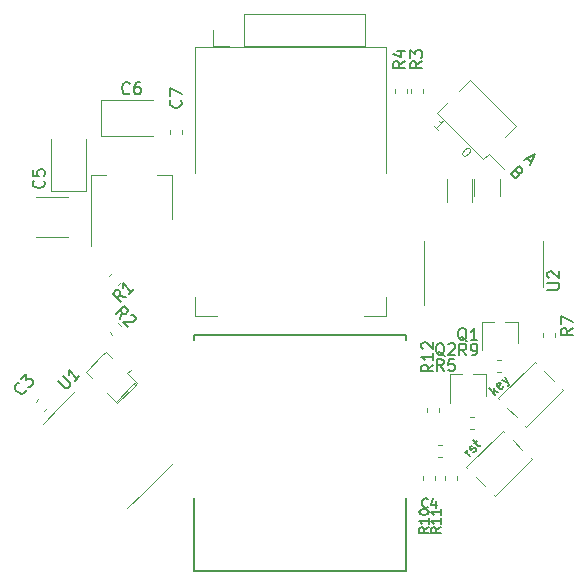
<source format=gbr>
%TF.GenerationSoftware,KiCad,Pcbnew,(5.1.4-0-10_14)*%
%TF.CreationDate,2019-11-29T01:48:41+08:00*%
%TF.ProjectId,z2m_partner,7a326d5f-7061-4727-946e-65722e6b6963,rev?*%
%TF.SameCoordinates,Original*%
%TF.FileFunction,Legend,Top*%
%TF.FilePolarity,Positive*%
%FSLAX46Y46*%
G04 Gerber Fmt 4.6, Leading zero omitted, Abs format (unit mm)*
G04 Created by KiCad (PCBNEW (5.1.4-0-10_14)) date 2019-11-29 01:48:41*
%MOMM*%
%LPD*%
G04 APERTURE LIST*
%ADD10C,0.150000*%
%ADD11C,0.152400*%
%ADD12C,0.120000*%
G04 APERTURE END LIST*
D10*
X204697153Y-90766129D02*
X205033870Y-91102846D01*
X204427779Y-90900816D02*
X205370588Y-90429411D01*
X204899183Y-91372220D01*
X203917652Y-91983363D02*
X203984995Y-92118050D01*
X203984995Y-92185393D01*
X203951324Y-92286408D01*
X203850308Y-92387424D01*
X203749293Y-92421095D01*
X203681949Y-92421095D01*
X203580934Y-92387424D01*
X203311560Y-92118050D01*
X204018667Y-91410943D01*
X204254369Y-91646645D01*
X204288041Y-91747660D01*
X204288041Y-91815004D01*
X204254369Y-91916019D01*
X204187026Y-91983363D01*
X204086011Y-92017034D01*
X204018667Y-92017034D01*
X203917652Y-91983363D01*
X203681949Y-91747660D01*
D11*
X176466500Y-125730000D02*
X194437000Y-125730000D01*
X194437000Y-105727500D02*
X176453800Y-105727500D01*
X176453800Y-125730000D02*
X176453800Y-119545000D01*
X194437000Y-106145000D02*
X194437000Y-105765600D01*
X176453800Y-106145000D02*
X176453800Y-105765600D01*
X194437000Y-125730000D02*
X194437000Y-119545000D01*
D12*
X163799520Y-112151729D02*
X164041729Y-111909520D01*
X163078271Y-111430480D02*
X163320480Y-111188271D01*
X197133733Y-116090000D02*
X197476267Y-116090000D01*
X197133733Y-115070000D02*
X197476267Y-115070000D01*
X167370000Y-93525000D02*
X167370000Y-89140000D01*
X164350000Y-93525000D02*
X167370000Y-93525000D01*
X164350000Y-89140000D02*
X164350000Y-93525000D01*
X168615000Y-88870000D02*
X173000000Y-88870000D01*
X168615000Y-85850000D02*
X168615000Y-88870000D01*
X173000000Y-85850000D02*
X168615000Y-85850000D01*
X175450000Y-88701267D02*
X175450000Y-88358733D01*
X174430000Y-88701267D02*
X174430000Y-88358733D01*
X165846252Y-94020000D02*
X163073748Y-94020000D01*
X165846252Y-97440000D02*
X163073748Y-97440000D01*
X178120000Y-81230000D02*
X178120000Y-79900000D01*
X179450000Y-81230000D02*
X178120000Y-81230000D01*
X180720000Y-81230000D02*
X180720000Y-78570000D01*
X180720000Y-78570000D02*
X190940000Y-78570000D01*
X180720000Y-81230000D02*
X190940000Y-81230000D01*
X190940000Y-81230000D02*
X190940000Y-78570000D01*
X193480000Y-84868733D02*
X193480000Y-85211267D01*
X194500000Y-84868733D02*
X194500000Y-85211267D01*
X206070000Y-105558733D02*
X206070000Y-105901267D01*
X207090000Y-105558733D02*
X207090000Y-105901267D01*
X196890000Y-118036267D02*
X196890000Y-117693733D01*
X195870000Y-118036267D02*
X195870000Y-117693733D01*
X198730000Y-118026267D02*
X198730000Y-117683733D01*
X197710000Y-118026267D02*
X197710000Y-117683733D01*
X196230000Y-111948733D02*
X196230000Y-112291267D01*
X197250000Y-111948733D02*
X197250000Y-112291267D01*
X198945824Y-85059946D02*
X199843850Y-84161920D01*
X202849054Y-88963176D02*
X203747080Y-88065150D01*
X197064920Y-86940850D02*
X197962239Y-86043532D01*
X200968150Y-90844080D02*
X197064920Y-86940850D01*
X200968150Y-90844080D02*
X201427769Y-90384460D01*
X202735917Y-91692608D02*
X201427769Y-90384460D01*
X203747080Y-88065150D02*
X199843850Y-84161920D01*
X202664553Y-113828284D02*
X199553284Y-116939553D01*
X199553284Y-116939553D02*
X199638136Y-117024406D01*
X200352314Y-117738584D02*
X201158416Y-118544686D01*
X201872594Y-119258864D02*
X201957447Y-119343716D01*
X201957447Y-119343716D02*
X205068716Y-116232447D01*
X205068716Y-116232447D02*
X204983864Y-116147594D01*
X204269686Y-115433416D02*
X203463584Y-114627314D01*
X202749406Y-113913136D02*
X202664553Y-113828284D01*
X205331553Y-107986284D02*
X202220284Y-111097553D01*
X202220284Y-111097553D02*
X202305136Y-111182406D01*
X203019314Y-111896584D02*
X203825416Y-112702686D01*
X204539594Y-113416864D02*
X204624447Y-113501716D01*
X204624447Y-113501716D02*
X207735716Y-110390447D01*
X207735716Y-110390447D02*
X207650864Y-110305594D01*
X206936686Y-109591416D02*
X206130584Y-108785314D01*
X205416406Y-108071136D02*
X205331553Y-107986284D01*
X172233960Y-119020960D02*
X174673479Y-116581442D01*
X172233960Y-119020960D02*
X170855102Y-120399819D01*
X165078040Y-111865040D02*
X166456898Y-110486181D01*
X165078040Y-111865040D02*
X163699181Y-113243898D01*
X195930000Y-99730000D02*
X195930000Y-103180000D01*
X195930000Y-99730000D02*
X195930000Y-97780000D01*
X206050000Y-99730000D02*
X206050000Y-101680000D01*
X206050000Y-99730000D02*
X206050000Y-97780000D01*
X176537000Y-81361000D02*
X176537000Y-92021000D01*
X192777000Y-81361000D02*
X176537000Y-81361000D01*
X192777000Y-92011000D02*
X192777000Y-81361000D01*
X192767000Y-104101000D02*
X192767000Y-102531000D01*
X190877000Y-104101000D02*
X192767000Y-104101000D01*
X176537000Y-104101000D02*
X178427000Y-104101000D01*
X176537000Y-104101000D02*
X176537000Y-102531000D01*
X200210000Y-93970000D02*
X200210000Y-92570000D01*
X197890000Y-92570000D02*
X197890000Y-94470000D01*
X202390000Y-93970000D02*
X202390000Y-92570000D01*
X200070000Y-92570000D02*
X200070000Y-94470000D01*
X167786000Y-98207000D02*
X167786000Y-92197000D01*
X174606000Y-95957000D02*
X174606000Y-92197000D01*
X167786000Y-92197000D02*
X169046000Y-92197000D01*
X174606000Y-92197000D02*
X173346000Y-92197000D01*
X169570480Y-100518271D02*
X169328271Y-100760480D01*
X170291729Y-101239520D02*
X170049520Y-101481729D01*
X170311729Y-104995480D02*
X170069520Y-104753271D01*
X169590480Y-105716729D02*
X169348271Y-105474520D01*
X200211267Y-112690000D02*
X199868733Y-112690000D01*
X200211267Y-113710000D02*
X199868733Y-113710000D01*
X202456267Y-107870000D02*
X202113733Y-107870000D01*
X202456267Y-108890000D02*
X202113733Y-108890000D01*
X171409899Y-110108528D02*
X171692742Y-109825685D01*
X171268478Y-109967107D02*
X171551320Y-109684264D01*
X168722893Y-107421522D02*
X169005736Y-107138680D01*
X169995685Y-111522742D02*
X171409899Y-110108528D01*
X170844214Y-108977157D02*
X171127056Y-108694315D01*
X170844214Y-108977157D02*
X171551320Y-109684264D01*
X171268478Y-109967107D02*
X169854264Y-111381320D01*
X169854264Y-111381320D02*
X169147157Y-110674214D01*
X167874365Y-109401421D02*
X167308680Y-108835736D01*
X167308680Y-108835736D02*
X168722893Y-107421522D01*
X169005736Y-107138680D02*
X169571421Y-107704365D01*
X200850000Y-104620000D02*
X200850000Y-107050000D01*
X200860000Y-104600000D02*
X201860000Y-104600000D01*
X203910000Y-104600000D02*
X203910000Y-106450000D01*
X202860000Y-104600000D02*
X203910000Y-104600000D01*
X200150000Y-109080000D02*
X201200000Y-109080000D01*
X201200000Y-109080000D02*
X201200000Y-110930000D01*
X198150000Y-109080000D02*
X199150000Y-109080000D01*
X198140000Y-109100000D02*
X198140000Y-111530000D01*
X195870000Y-84868733D02*
X195870000Y-85211267D01*
X194850000Y-84868733D02*
X194850000Y-85211267D01*
D10*
X162234687Y-110370389D02*
X162234687Y-110437732D01*
X162167343Y-110572419D01*
X162100000Y-110639763D01*
X161965312Y-110707106D01*
X161830625Y-110707106D01*
X161729610Y-110673435D01*
X161561251Y-110572419D01*
X161460236Y-110471404D01*
X161359221Y-110303045D01*
X161325549Y-110202030D01*
X161325549Y-110067343D01*
X161392893Y-109932656D01*
X161460236Y-109865312D01*
X161594923Y-109797969D01*
X161662267Y-109797969D01*
X161830625Y-109494923D02*
X162268358Y-109057190D01*
X162302030Y-109562267D01*
X162403045Y-109461251D01*
X162504061Y-109427580D01*
X162571404Y-109427580D01*
X162672419Y-109461251D01*
X162840778Y-109629610D01*
X162874450Y-109730625D01*
X162874450Y-109797969D01*
X162840778Y-109898984D01*
X162638748Y-110101015D01*
X162537732Y-110134687D01*
X162470389Y-110134687D01*
X196266666Y-120285714D02*
X196228571Y-120323809D01*
X196114285Y-120361904D01*
X196038095Y-120361904D01*
X195923809Y-120323809D01*
X195847619Y-120247619D01*
X195809523Y-120171428D01*
X195771428Y-120019047D01*
X195771428Y-119904761D01*
X195809523Y-119752380D01*
X195847619Y-119676190D01*
X195923809Y-119600000D01*
X196038095Y-119561904D01*
X196114285Y-119561904D01*
X196228571Y-119600000D01*
X196266666Y-119638095D01*
X196952380Y-119828571D02*
X196952380Y-120361904D01*
X196761904Y-119523809D02*
X196571428Y-120095238D01*
X197066666Y-120095238D01*
X163757142Y-92666666D02*
X163804761Y-92714285D01*
X163852380Y-92857142D01*
X163852380Y-92952380D01*
X163804761Y-93095238D01*
X163709523Y-93190476D01*
X163614285Y-93238095D01*
X163423809Y-93285714D01*
X163280952Y-93285714D01*
X163090476Y-93238095D01*
X162995238Y-93190476D01*
X162900000Y-93095238D01*
X162852380Y-92952380D01*
X162852380Y-92857142D01*
X162900000Y-92714285D01*
X162947619Y-92666666D01*
X162852380Y-91761904D02*
X162852380Y-92238095D01*
X163328571Y-92285714D01*
X163280952Y-92238095D01*
X163233333Y-92142857D01*
X163233333Y-91904761D01*
X163280952Y-91809523D01*
X163328571Y-91761904D01*
X163423809Y-91714285D01*
X163661904Y-91714285D01*
X163757142Y-91761904D01*
X163804761Y-91809523D01*
X163852380Y-91904761D01*
X163852380Y-92142857D01*
X163804761Y-92238095D01*
X163757142Y-92285714D01*
X171033333Y-85257142D02*
X170985714Y-85304761D01*
X170842857Y-85352380D01*
X170747619Y-85352380D01*
X170604761Y-85304761D01*
X170509523Y-85209523D01*
X170461904Y-85114285D01*
X170414285Y-84923809D01*
X170414285Y-84780952D01*
X170461904Y-84590476D01*
X170509523Y-84495238D01*
X170604761Y-84400000D01*
X170747619Y-84352380D01*
X170842857Y-84352380D01*
X170985714Y-84400000D01*
X171033333Y-84447619D01*
X171890476Y-84352380D02*
X171700000Y-84352380D01*
X171604761Y-84400000D01*
X171557142Y-84447619D01*
X171461904Y-84590476D01*
X171414285Y-84780952D01*
X171414285Y-85161904D01*
X171461904Y-85257142D01*
X171509523Y-85304761D01*
X171604761Y-85352380D01*
X171795238Y-85352380D01*
X171890476Y-85304761D01*
X171938095Y-85257142D01*
X171985714Y-85161904D01*
X171985714Y-84923809D01*
X171938095Y-84828571D01*
X171890476Y-84780952D01*
X171795238Y-84733333D01*
X171604761Y-84733333D01*
X171509523Y-84780952D01*
X171461904Y-84828571D01*
X171414285Y-84923809D01*
X175357142Y-85866666D02*
X175404761Y-85914285D01*
X175452380Y-86057142D01*
X175452380Y-86152380D01*
X175404761Y-86295238D01*
X175309523Y-86390476D01*
X175214285Y-86438095D01*
X175023809Y-86485714D01*
X174880952Y-86485714D01*
X174690476Y-86438095D01*
X174595238Y-86390476D01*
X174500000Y-86295238D01*
X174452380Y-86152380D01*
X174452380Y-86057142D01*
X174500000Y-85914285D01*
X174547619Y-85866666D01*
X174452380Y-85533333D02*
X174452380Y-84866666D01*
X175452380Y-85295238D01*
X194352380Y-82566666D02*
X193876190Y-82900000D01*
X194352380Y-83138095D02*
X193352380Y-83138095D01*
X193352380Y-82757142D01*
X193400000Y-82661904D01*
X193447619Y-82614285D01*
X193542857Y-82566666D01*
X193685714Y-82566666D01*
X193780952Y-82614285D01*
X193828571Y-82661904D01*
X193876190Y-82757142D01*
X193876190Y-83138095D01*
X193685714Y-81709523D02*
X194352380Y-81709523D01*
X193304761Y-81947619D02*
X194019047Y-82185714D01*
X194019047Y-81566666D01*
X208552380Y-105166666D02*
X208076190Y-105500000D01*
X208552380Y-105738095D02*
X207552380Y-105738095D01*
X207552380Y-105357142D01*
X207600000Y-105261904D01*
X207647619Y-105214285D01*
X207742857Y-105166666D01*
X207885714Y-105166666D01*
X207980952Y-105214285D01*
X208028571Y-105261904D01*
X208076190Y-105357142D01*
X208076190Y-105738095D01*
X207552380Y-104833333D02*
X207552380Y-104166666D01*
X208552380Y-104595238D01*
X196361904Y-122014285D02*
X195980952Y-122280952D01*
X196361904Y-122471428D02*
X195561904Y-122471428D01*
X195561904Y-122166666D01*
X195600000Y-122090476D01*
X195638095Y-122052380D01*
X195714285Y-122014285D01*
X195828571Y-122014285D01*
X195904761Y-122052380D01*
X195942857Y-122090476D01*
X195980952Y-122166666D01*
X195980952Y-122471428D01*
X196361904Y-121252380D02*
X196361904Y-121709523D01*
X196361904Y-121480952D02*
X195561904Y-121480952D01*
X195676190Y-121557142D01*
X195752380Y-121633333D01*
X195790476Y-121709523D01*
X195561904Y-120757142D02*
X195561904Y-120680952D01*
X195600000Y-120604761D01*
X195638095Y-120566666D01*
X195714285Y-120528571D01*
X195866666Y-120490476D01*
X196057142Y-120490476D01*
X196209523Y-120528571D01*
X196285714Y-120566666D01*
X196323809Y-120604761D01*
X196361904Y-120680952D01*
X196361904Y-120757142D01*
X196323809Y-120833333D01*
X196285714Y-120871428D01*
X196209523Y-120909523D01*
X196057142Y-120947619D01*
X195866666Y-120947619D01*
X195714285Y-120909523D01*
X195638095Y-120871428D01*
X195600000Y-120833333D01*
X195561904Y-120757142D01*
X197361904Y-122014285D02*
X196980952Y-122280952D01*
X197361904Y-122471428D02*
X196561904Y-122471428D01*
X196561904Y-122166666D01*
X196600000Y-122090476D01*
X196638095Y-122052380D01*
X196714285Y-122014285D01*
X196828571Y-122014285D01*
X196904761Y-122052380D01*
X196942857Y-122090476D01*
X196980952Y-122166666D01*
X196980952Y-122471428D01*
X197361904Y-121252380D02*
X197361904Y-121709523D01*
X197361904Y-121480952D02*
X196561904Y-121480952D01*
X196676190Y-121557142D01*
X196752380Y-121633333D01*
X196790476Y-121709523D01*
X197361904Y-120490476D02*
X197361904Y-120947619D01*
X197361904Y-120719047D02*
X196561904Y-120719047D01*
X196676190Y-120795238D01*
X196752380Y-120871428D01*
X196790476Y-120947619D01*
X196752380Y-108242857D02*
X196276190Y-108576190D01*
X196752380Y-108814285D02*
X195752380Y-108814285D01*
X195752380Y-108433333D01*
X195800000Y-108338095D01*
X195847619Y-108290476D01*
X195942857Y-108242857D01*
X196085714Y-108242857D01*
X196180952Y-108290476D01*
X196228571Y-108338095D01*
X196276190Y-108433333D01*
X196276190Y-108814285D01*
X196752380Y-107290476D02*
X196752380Y-107861904D01*
X196752380Y-107576190D02*
X195752380Y-107576190D01*
X195895238Y-107671428D01*
X195990476Y-107766666D01*
X196038095Y-107861904D01*
X195847619Y-106909523D02*
X195800000Y-106861904D01*
X195752380Y-106766666D01*
X195752380Y-106528571D01*
X195800000Y-106433333D01*
X195847619Y-106385714D01*
X195942857Y-106338095D01*
X196038095Y-106338095D01*
X196180952Y-106385714D01*
X196752380Y-106957142D01*
X196752380Y-106338095D01*
D12*
X197174348Y-88386158D02*
X196851099Y-88062910D01*
X197012723Y-88224534D02*
X197578409Y-87658849D01*
X197443722Y-87685786D01*
X197335972Y-87685786D01*
X197255160Y-87658849D01*
X199814213Y-89894653D02*
X199868088Y-89948528D01*
X199895025Y-90029340D01*
X199895025Y-90083215D01*
X199868088Y-90164027D01*
X199787276Y-90298714D01*
X199652589Y-90433401D01*
X199517902Y-90514213D01*
X199437089Y-90541150D01*
X199383215Y-90541150D01*
X199302402Y-90514213D01*
X199248528Y-90460338D01*
X199221590Y-90379526D01*
X199221590Y-90325651D01*
X199248528Y-90244839D01*
X199329340Y-90110152D01*
X199464027Y-89975465D01*
X199598714Y-89894653D01*
X199679526Y-89867715D01*
X199733401Y-89867715D01*
X199814213Y-89894653D01*
D10*
X199849906Y-116002902D02*
X199472783Y-115625779D01*
X199580532Y-115733528D02*
X199553595Y-115652716D01*
X199553595Y-115598841D01*
X199580532Y-115518029D01*
X199634407Y-115464154D01*
X200146218Y-115652716D02*
X200227030Y-115625779D01*
X200334780Y-115518029D01*
X200361717Y-115437217D01*
X200334780Y-115356405D01*
X200307842Y-115329467D01*
X200227030Y-115302530D01*
X200146218Y-115329467D01*
X200065406Y-115410279D01*
X199984593Y-115437217D01*
X199903781Y-115410279D01*
X199876844Y-115383342D01*
X199849906Y-115302530D01*
X199876844Y-115221718D01*
X199957656Y-115140905D01*
X200038468Y-115113968D01*
X200200093Y-114898469D02*
X200415592Y-114682970D01*
X200092343Y-114629095D02*
X200577216Y-115113968D01*
X200658028Y-115140905D01*
X200738841Y-115113968D01*
X200792715Y-115060093D01*
X202014688Y-110790122D02*
X201449003Y-110224436D01*
X201853064Y-110520748D02*
X202230187Y-110574622D01*
X201853064Y-110197499D02*
X201853064Y-110628497D01*
X202661186Y-110089749D02*
X202634248Y-110170561D01*
X202526499Y-110278311D01*
X202445687Y-110305248D01*
X202364874Y-110278311D01*
X202149375Y-110062812D01*
X202122438Y-109982000D01*
X202149375Y-109901187D01*
X202257125Y-109793438D01*
X202337937Y-109766500D01*
X202418749Y-109793438D01*
X202472624Y-109847312D01*
X202257125Y-110170561D01*
X202526499Y-109524064D02*
X203038309Y-109766500D01*
X202795873Y-109254690D02*
X203038309Y-109766500D01*
X203119122Y-109955062D01*
X203119122Y-110008937D01*
X203092184Y-110089749D01*
X164974026Y-109651522D02*
X165546446Y-110223942D01*
X165647461Y-110257614D01*
X165714805Y-110257614D01*
X165815820Y-110223942D01*
X165950507Y-110089255D01*
X165984179Y-109988240D01*
X165984179Y-109920896D01*
X165950507Y-109819881D01*
X165378087Y-109247461D01*
X166792301Y-109247461D02*
X166388240Y-109651522D01*
X166590270Y-109449492D02*
X165883164Y-108742385D01*
X165916835Y-108910744D01*
X165916835Y-109045431D01*
X165883164Y-109146446D01*
X206411380Y-101888904D02*
X207220904Y-101888904D01*
X207316142Y-101841285D01*
X207363761Y-101793666D01*
X207411380Y-101698428D01*
X207411380Y-101507952D01*
X207363761Y-101412714D01*
X207316142Y-101365095D01*
X207220904Y-101317476D01*
X206411380Y-101317476D01*
X206506619Y-100888904D02*
X206459000Y-100841285D01*
X206411380Y-100746047D01*
X206411380Y-100507952D01*
X206459000Y-100412714D01*
X206506619Y-100365095D01*
X206601857Y-100317476D01*
X206697095Y-100317476D01*
X206839952Y-100365095D01*
X207411380Y-100936523D01*
X207411380Y-100317476D01*
X170702030Y-102537732D02*
X170129610Y-102436717D01*
X170297969Y-102941793D02*
X169590862Y-102234687D01*
X169860236Y-101965312D01*
X169961251Y-101931641D01*
X170028595Y-101931641D01*
X170129610Y-101965312D01*
X170230625Y-102066328D01*
X170264297Y-102167343D01*
X170264297Y-102234687D01*
X170230625Y-102335702D01*
X169961251Y-102605076D01*
X171375465Y-101864297D02*
X170971404Y-102268358D01*
X171173435Y-102066328D02*
X170466328Y-101359221D01*
X170500000Y-101527580D01*
X170500000Y-101662267D01*
X170466328Y-101763282D01*
X170262266Y-104402030D02*
X170363281Y-103829610D01*
X169858205Y-103997969D02*
X170565311Y-103290862D01*
X170834686Y-103560236D01*
X170868357Y-103661251D01*
X170868357Y-103728595D01*
X170834686Y-103829610D01*
X170733670Y-103930625D01*
X170632655Y-103964297D01*
X170565311Y-103964297D01*
X170464296Y-103930625D01*
X170194922Y-103661251D01*
X171171403Y-104031641D02*
X171238747Y-104031641D01*
X171339762Y-104065312D01*
X171508121Y-104233671D01*
X171541792Y-104334687D01*
X171541792Y-104402030D01*
X171508121Y-104503045D01*
X171440777Y-104570389D01*
X171306090Y-104637732D01*
X170497968Y-104637732D01*
X170935701Y-105075465D01*
X197623333Y-108772380D02*
X197290000Y-108296190D01*
X197051904Y-108772380D02*
X197051904Y-107772380D01*
X197432857Y-107772380D01*
X197528095Y-107820000D01*
X197575714Y-107867619D01*
X197623333Y-107962857D01*
X197623333Y-108105714D01*
X197575714Y-108200952D01*
X197528095Y-108248571D01*
X197432857Y-108296190D01*
X197051904Y-108296190D01*
X198528095Y-107772380D02*
X198051904Y-107772380D01*
X198004285Y-108248571D01*
X198051904Y-108200952D01*
X198147142Y-108153333D01*
X198385238Y-108153333D01*
X198480476Y-108200952D01*
X198528095Y-108248571D01*
X198575714Y-108343809D01*
X198575714Y-108581904D01*
X198528095Y-108677142D01*
X198480476Y-108724761D01*
X198385238Y-108772380D01*
X198147142Y-108772380D01*
X198051904Y-108724761D01*
X198004285Y-108677142D01*
X199533333Y-107462380D02*
X199200000Y-106986190D01*
X198961904Y-107462380D02*
X198961904Y-106462380D01*
X199342857Y-106462380D01*
X199438095Y-106510000D01*
X199485714Y-106557619D01*
X199533333Y-106652857D01*
X199533333Y-106795714D01*
X199485714Y-106890952D01*
X199438095Y-106938571D01*
X199342857Y-106986190D01*
X198961904Y-106986190D01*
X200009523Y-107462380D02*
X200200000Y-107462380D01*
X200295238Y-107414761D01*
X200342857Y-107367142D01*
X200438095Y-107224285D01*
X200485714Y-107033809D01*
X200485714Y-106652857D01*
X200438095Y-106557619D01*
X200390476Y-106510000D01*
X200295238Y-106462380D01*
X200104761Y-106462380D01*
X200009523Y-106510000D01*
X199961904Y-106557619D01*
X199914285Y-106652857D01*
X199914285Y-106890952D01*
X199961904Y-106986190D01*
X200009523Y-107033809D01*
X200104761Y-107081428D01*
X200295238Y-107081428D01*
X200390476Y-107033809D01*
X200438095Y-106986190D01*
X200485714Y-106890952D01*
X199584761Y-106257619D02*
X199489523Y-106210000D01*
X199394285Y-106114761D01*
X199251428Y-105971904D01*
X199156190Y-105924285D01*
X199060952Y-105924285D01*
X199108571Y-106162380D02*
X199013333Y-106114761D01*
X198918095Y-106019523D01*
X198870476Y-105829047D01*
X198870476Y-105495714D01*
X198918095Y-105305238D01*
X199013333Y-105210000D01*
X199108571Y-105162380D01*
X199299047Y-105162380D01*
X199394285Y-105210000D01*
X199489523Y-105305238D01*
X199537142Y-105495714D01*
X199537142Y-105829047D01*
X199489523Y-106019523D01*
X199394285Y-106114761D01*
X199299047Y-106162380D01*
X199108571Y-106162380D01*
X200489523Y-106162380D02*
X199918095Y-106162380D01*
X200203809Y-106162380D02*
X200203809Y-105162380D01*
X200108571Y-105305238D01*
X200013333Y-105400476D01*
X199918095Y-105448095D01*
X197704761Y-107507619D02*
X197609523Y-107460000D01*
X197514285Y-107364761D01*
X197371428Y-107221904D01*
X197276190Y-107174285D01*
X197180952Y-107174285D01*
X197228571Y-107412380D02*
X197133333Y-107364761D01*
X197038095Y-107269523D01*
X196990476Y-107079047D01*
X196990476Y-106745714D01*
X197038095Y-106555238D01*
X197133333Y-106460000D01*
X197228571Y-106412380D01*
X197419047Y-106412380D01*
X197514285Y-106460000D01*
X197609523Y-106555238D01*
X197657142Y-106745714D01*
X197657142Y-107079047D01*
X197609523Y-107269523D01*
X197514285Y-107364761D01*
X197419047Y-107412380D01*
X197228571Y-107412380D01*
X198038095Y-106507619D02*
X198085714Y-106460000D01*
X198180952Y-106412380D01*
X198419047Y-106412380D01*
X198514285Y-106460000D01*
X198561904Y-106507619D01*
X198609523Y-106602857D01*
X198609523Y-106698095D01*
X198561904Y-106840952D01*
X197990476Y-107412380D01*
X198609523Y-107412380D01*
X195802380Y-82576666D02*
X195326190Y-82910000D01*
X195802380Y-83148095D02*
X194802380Y-83148095D01*
X194802380Y-82767142D01*
X194850000Y-82671904D01*
X194897619Y-82624285D01*
X194992857Y-82576666D01*
X195135714Y-82576666D01*
X195230952Y-82624285D01*
X195278571Y-82671904D01*
X195326190Y-82767142D01*
X195326190Y-83148095D01*
X194802380Y-82243333D02*
X194802380Y-81624285D01*
X195183333Y-81957619D01*
X195183333Y-81814761D01*
X195230952Y-81719523D01*
X195278571Y-81671904D01*
X195373809Y-81624285D01*
X195611904Y-81624285D01*
X195707142Y-81671904D01*
X195754761Y-81719523D01*
X195802380Y-81814761D01*
X195802380Y-82100476D01*
X195754761Y-82195714D01*
X195707142Y-82243333D01*
M02*

</source>
